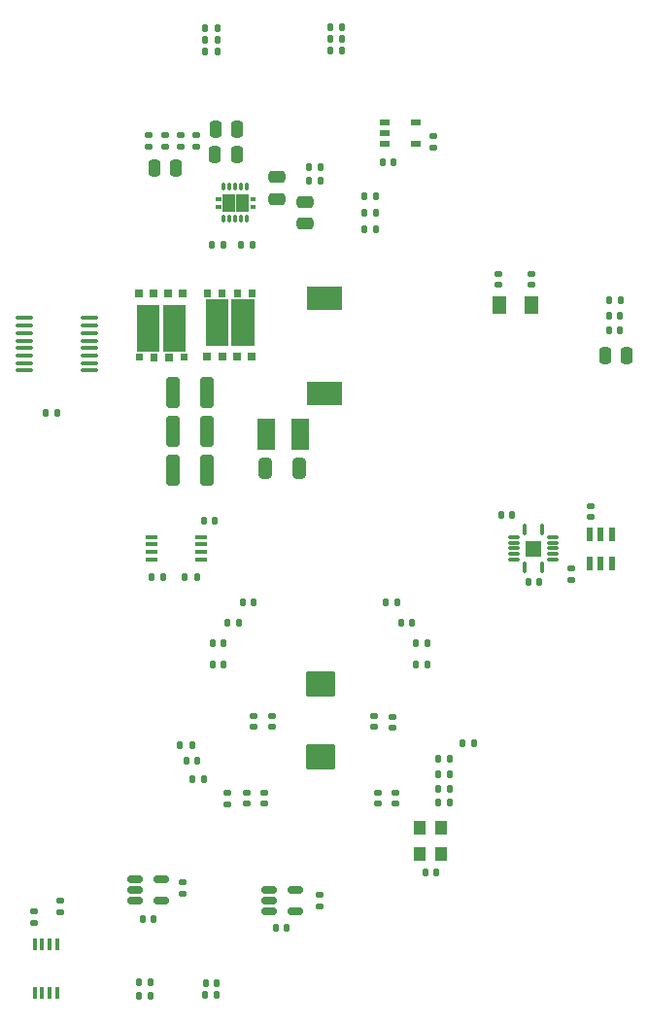
<source format=gbr>
%TF.GenerationSoftware,KiCad,Pcbnew,(7.0.0-0)*%
%TF.CreationDate,2023-03-05T22:11:08-05:00*%
%TF.ProjectId,bitaxeMax,62697461-7865-44d6-9178-2e6b69636164,rev?*%
%TF.SameCoordinates,Original*%
%TF.FileFunction,Paste,Top*%
%TF.FilePolarity,Positive*%
%FSLAX46Y46*%
G04 Gerber Fmt 4.6, Leading zero omitted, Abs format (unit mm)*
G04 Created by KiCad (PCBNEW (7.0.0-0)) date 2023-03-05 22:11:08*
%MOMM*%
%LPD*%
G01*
G04 APERTURE LIST*
G04 Aperture macros list*
%AMRoundRect*
0 Rectangle with rounded corners*
0 $1 Rounding radius*
0 $2 $3 $4 $5 $6 $7 $8 $9 X,Y pos of 4 corners*
0 Add a 4 corners polygon primitive as box body*
4,1,4,$2,$3,$4,$5,$6,$7,$8,$9,$2,$3,0*
0 Add four circle primitives for the rounded corners*
1,1,$1+$1,$2,$3*
1,1,$1+$1,$4,$5*
1,1,$1+$1,$6,$7*
1,1,$1+$1,$8,$9*
0 Add four rect primitives between the rounded corners*
20,1,$1+$1,$2,$3,$4,$5,0*
20,1,$1+$1,$4,$5,$6,$7,0*
20,1,$1+$1,$6,$7,$8,$9,0*
20,1,$1+$1,$8,$9,$2,$3,0*%
G04 Aperture macros list end*
%ADD10C,0.010000*%
%ADD11C,0.001000*%
%ADD12RoundRect,0.135000X-0.135000X-0.185000X0.135000X-0.185000X0.135000X0.185000X-0.135000X0.185000X0*%
%ADD13RoundRect,0.250000X0.475000X-0.250000X0.475000X0.250000X-0.475000X0.250000X-0.475000X-0.250000X0*%
%ADD14RoundRect,0.140000X0.140000X0.170000X-0.140000X0.170000X-0.140000X-0.170000X0.140000X-0.170000X0*%
%ADD15RoundRect,0.040600X0.249400X-0.564400X0.249400X0.564400X-0.249400X0.564400X-0.249400X-0.564400X0*%
%ADD16RoundRect,0.100000X-0.637500X-0.100000X0.637500X-0.100000X0.637500X0.100000X-0.637500X0.100000X0*%
%ADD17RoundRect,0.140000X-0.170000X0.140000X-0.170000X-0.140000X0.170000X-0.140000X0.170000X0.140000X0*%
%ADD18RoundRect,0.135000X-0.185000X0.135000X-0.185000X-0.135000X0.185000X-0.135000X0.185000X0.135000X0*%
%ADD19RoundRect,0.250000X0.250000X0.475000X-0.250000X0.475000X-0.250000X-0.475000X0.250000X-0.475000X0*%
%ADD20RoundRect,0.135000X0.135000X0.185000X-0.135000X0.185000X-0.135000X-0.185000X0.135000X-0.185000X0*%
%ADD21RoundRect,0.250000X-0.475000X0.250000X-0.475000X-0.250000X0.475000X-0.250000X0.475000X0.250000X0*%
%ADD22RoundRect,0.250000X-0.250000X-0.475000X0.250000X-0.475000X0.250000X0.475000X-0.250000X0.475000X0*%
%ADD23R,1.168400X1.600200*%
%ADD24RoundRect,0.150000X-0.512500X-0.150000X0.512500X-0.150000X0.512500X0.150000X-0.512500X0.150000X0*%
%ADD25RoundRect,0.140000X-0.140000X-0.170000X0.140000X-0.170000X0.140000X0.170000X-0.140000X0.170000X0*%
%ADD26RoundRect,0.140000X0.170000X-0.140000X0.170000X0.140000X-0.170000X0.140000X-0.170000X-0.140000X0*%
%ADD27R,0.400000X1.100000*%
%ADD28RoundRect,0.007800X-0.122200X0.442200X-0.122200X-0.442200X0.122200X-0.442200X0.122200X0.442200X0*%
%ADD29RoundRect,0.007800X-0.442200X-0.122200X0.442200X-0.122200X0.442200X0.122200X-0.442200X0.122200X0*%
%ADD30R,3.100000X2.000000*%
%ADD31RoundRect,0.135000X0.185000X-0.135000X0.185000X0.135000X-0.185000X0.135000X-0.185000X-0.135000X0*%
%ADD32R,1.100000X0.400000*%
%ADD33RoundRect,0.250000X-1.025000X0.875000X-1.025000X-0.875000X1.025000X-0.875000X1.025000X0.875000X0*%
%ADD34R,0.700000X0.800000*%
%ADD35RoundRect,0.007874X-0.112126X0.292126X-0.112126X-0.292126X0.112126X-0.292126X0.112126X0.292126X0*%
%ADD36R,1.600000X2.700000*%
%ADD37RoundRect,0.250000X-0.325000X-1.100000X0.325000X-1.100000X0.325000X1.100000X-0.325000X1.100000X0*%
%ADD38R,1.100000X1.300000*%
%ADD39RoundRect,0.250000X0.325000X0.650000X-0.325000X0.650000X-0.325000X-0.650000X0.325000X-0.650000X0*%
%ADD40R,0.952500X0.558800*%
G04 APERTURE END LIST*
%TO.C,U2*%
G36*
X124810000Y-100210000D02*
G01*
X123510000Y-100210000D01*
X123510000Y-98910000D01*
X124810000Y-98910000D01*
X124810000Y-100210000D01*
G37*
D10*
X124810000Y-100210000D02*
X123510000Y-100210000D01*
X123510000Y-98910000D01*
X124810000Y-98910000D01*
X124810000Y-100210000D01*
%TO.C,Q2*%
G36*
X98591600Y-77590200D02*
G01*
X98061600Y-77580200D01*
X98061600Y-77020200D01*
X98591600Y-77020200D01*
X98591600Y-77590200D01*
G37*
X98591600Y-77590200D02*
X98061600Y-77580200D01*
X98061600Y-77020200D01*
X98591600Y-77020200D01*
X98591600Y-77590200D01*
G36*
X95991600Y-77610200D02*
G01*
X95461600Y-77600200D01*
X95461600Y-77040200D01*
X95991600Y-77040200D01*
X95991600Y-77610200D01*
G37*
X95991600Y-77610200D02*
X95461600Y-77600200D01*
X95461600Y-77040200D01*
X95991600Y-77040200D01*
X95991600Y-77610200D01*
G36*
X99881600Y-77610200D02*
G01*
X99351600Y-77600200D01*
X99351600Y-77040200D01*
X99881600Y-77040200D01*
X99881600Y-77610200D01*
G37*
X99881600Y-77610200D02*
X99351600Y-77600200D01*
X99351600Y-77040200D01*
X99881600Y-77040200D01*
X99881600Y-77610200D01*
G36*
X97521600Y-81790200D02*
G01*
X95601600Y-81790200D01*
X95601600Y-77810200D01*
X97521600Y-77810200D01*
X97521600Y-81790200D01*
G37*
X97521600Y-81790200D02*
X95601600Y-81790200D01*
X95601600Y-77810200D01*
X97521600Y-77810200D01*
X97521600Y-81790200D01*
G36*
X97291600Y-77590200D02*
G01*
X96761600Y-77580200D01*
X96761600Y-77020200D01*
X97291600Y-77020200D01*
X97291600Y-77590200D01*
G37*
X97291600Y-77590200D02*
X96761600Y-77580200D01*
X96761600Y-77020200D01*
X97291600Y-77020200D01*
X97291600Y-77590200D01*
G36*
X99801600Y-81800200D02*
G01*
X97881600Y-81800200D01*
X97881600Y-77820200D01*
X99801600Y-77820200D01*
X99801600Y-81800200D01*
G37*
X99801600Y-81800200D02*
X97881600Y-81800200D01*
X97881600Y-77820200D01*
X99801600Y-77820200D01*
X99801600Y-81800200D01*
%TO.C,U9*%
G36*
X99901691Y-69872200D02*
G01*
X99531691Y-69872200D01*
X99531691Y-69622200D01*
X99901691Y-69622200D01*
X99901691Y-69872200D01*
G37*
D11*
X99901691Y-69872200D02*
X99531691Y-69872200D01*
X99531691Y-69622200D01*
X99901691Y-69622200D01*
X99901691Y-69872200D01*
G36*
X99901691Y-69222200D02*
G01*
X99531691Y-69222200D01*
X99531691Y-68972200D01*
X99901691Y-68972200D01*
X99901691Y-69222200D01*
G37*
X99901691Y-69222200D02*
X99531691Y-69222200D01*
X99531691Y-68972200D01*
X99901691Y-68972200D01*
X99901691Y-69222200D01*
G36*
X96871691Y-69222200D02*
G01*
X96501691Y-69222200D01*
X96501691Y-68972200D01*
X96871691Y-68972200D01*
X96871691Y-69222200D01*
G37*
X96871691Y-69222200D02*
X96501691Y-69222200D01*
X96501691Y-68972200D01*
X96871691Y-68972200D01*
X96871691Y-69222200D01*
G36*
X99311691Y-70132200D02*
G01*
X98301691Y-70132200D01*
X98301691Y-68682200D01*
X99311691Y-68682200D01*
X99311691Y-70132200D01*
G37*
X99311691Y-70132200D02*
X98301691Y-70132200D01*
X98301691Y-68682200D01*
X99311691Y-68682200D01*
X99311691Y-70132200D01*
G36*
X96871691Y-69872200D02*
G01*
X96501691Y-69872200D01*
X96501691Y-69622200D01*
X96871691Y-69622200D01*
X96871691Y-69872200D01*
G37*
X96871691Y-69872200D02*
X96501691Y-69872200D01*
X96501691Y-69622200D01*
X96871691Y-69622200D01*
X96871691Y-69872200D01*
G36*
X98091691Y-70132200D02*
G01*
X97081691Y-70132200D01*
X97081691Y-68682200D01*
X98091691Y-68682200D01*
X98091691Y-70132200D01*
G37*
X98091691Y-70132200D02*
X97081691Y-70132200D01*
X97081691Y-68682200D01*
X98091691Y-68682200D01*
X98091691Y-70132200D01*
%TO.C,Q1*%
G36*
X91339887Y-82596364D02*
G01*
X91339887Y-83156364D01*
X90809887Y-83156364D01*
X90809887Y-82586364D01*
X91339887Y-82596364D01*
G37*
D10*
X91339887Y-82596364D02*
X91339887Y-83156364D01*
X90809887Y-83156364D01*
X90809887Y-82586364D01*
X91339887Y-82596364D01*
G36*
X92639887Y-82596364D02*
G01*
X92639887Y-83156364D01*
X92109887Y-83156364D01*
X92109887Y-82586364D01*
X92639887Y-82596364D01*
G37*
X92639887Y-82596364D02*
X92639887Y-83156364D01*
X92109887Y-83156364D01*
X92109887Y-82586364D01*
X92639887Y-82596364D01*
G36*
X90049887Y-82576364D02*
G01*
X90049887Y-83136364D01*
X89519887Y-83136364D01*
X89519887Y-82566364D01*
X90049887Y-82576364D01*
G37*
X90049887Y-82576364D02*
X90049887Y-83136364D01*
X89519887Y-83136364D01*
X89519887Y-82566364D01*
X90049887Y-82576364D01*
G36*
X93799887Y-82366364D02*
G01*
X91879887Y-82366364D01*
X91879887Y-78386364D01*
X93799887Y-78386364D01*
X93799887Y-82366364D01*
G37*
X93799887Y-82366364D02*
X91879887Y-82366364D01*
X91879887Y-78386364D01*
X93799887Y-78386364D01*
X93799887Y-82366364D01*
G36*
X91519887Y-82356364D02*
G01*
X89599887Y-82356364D01*
X89599887Y-78376364D01*
X91519887Y-78376364D01*
X91519887Y-82356364D01*
G37*
X91519887Y-82356364D02*
X89599887Y-82356364D01*
X89599887Y-78376364D01*
X91519887Y-78376364D01*
X91519887Y-82356364D01*
G36*
X93939887Y-82576364D02*
G01*
X93939887Y-83136364D01*
X93409887Y-83136364D01*
X93409887Y-82566364D01*
X93939887Y-82576364D01*
G37*
X93939887Y-82576364D02*
X93939887Y-83136364D01*
X93409887Y-83136364D01*
X93409887Y-82566364D01*
X93939887Y-82576364D01*
%TD*%
D12*
%TO.C,R26*%
X95600000Y-55220000D03*
X96620000Y-55220000D03*
%TD*%
D13*
%TO.C,C43*%
X104265600Y-71247800D03*
X104265600Y-69347800D03*
%TD*%
D14*
%TO.C,C19*%
X124690000Y-102480000D03*
X123730000Y-102480000D03*
%TD*%
D15*
%TO.C,U3*%
X129100000Y-100835000D03*
X130050000Y-100835000D03*
X131000000Y-100835000D03*
X131000000Y-98325000D03*
X130050000Y-98325000D03*
X129100000Y-98325000D03*
%TD*%
D16*
%TO.C,U8*%
X79777500Y-79495000D03*
X79777500Y-80145000D03*
X79777500Y-80795000D03*
X79777500Y-81445000D03*
X79777500Y-82095000D03*
X79777500Y-82745000D03*
X79777500Y-83395000D03*
X79777500Y-84045000D03*
X85502500Y-84045000D03*
X85502500Y-83395000D03*
X85502500Y-82745000D03*
X85502500Y-82095000D03*
X85502500Y-81445000D03*
X85502500Y-80795000D03*
X85502500Y-80145000D03*
X85502500Y-79495000D03*
%TD*%
D17*
%TO.C,C7*%
X99820000Y-114150000D03*
X99820000Y-115110000D03*
%TD*%
D12*
%TO.C,R7*%
X93400000Y-116670000D03*
X94420000Y-116670000D03*
%TD*%
D18*
%TO.C,R13*%
X90649600Y-63569000D03*
X90649600Y-64589000D03*
%TD*%
D14*
%TO.C,C1*%
X115730000Y-127810000D03*
X114770000Y-127810000D03*
%TD*%
D19*
%TO.C,C41*%
X98355400Y-63005800D03*
X96455400Y-63005800D03*
%TD*%
D20*
%TO.C,R1*%
X119000000Y-116520000D03*
X117980000Y-116520000D03*
%TD*%
D14*
%TO.C,C3*%
X114920000Y-107790000D03*
X113960000Y-107790000D03*
%TD*%
D21*
%TO.C,C38*%
X101783000Y-67211600D03*
X101783000Y-69111600D03*
%TD*%
D12*
%TO.C,R27*%
X106450000Y-55180000D03*
X107470000Y-55180000D03*
%TD*%
D17*
%TO.C,C25*%
X105540000Y-129760000D03*
X105540000Y-130720000D03*
%TD*%
D22*
%TO.C,C45*%
X91120000Y-66420000D03*
X93020000Y-66420000D03*
%TD*%
D23*
%TO.C,Y1*%
X124017399Y-78348999D03*
X121172599Y-78348999D03*
%TD*%
D24*
%TO.C,U5*%
X89482500Y-128390000D03*
X89482500Y-129340000D03*
X89482500Y-130290000D03*
X91757500Y-130290000D03*
X91757500Y-128390000D03*
%TD*%
D22*
%TO.C,C51*%
X130440000Y-82740000D03*
X132340000Y-82740000D03*
%TD*%
D18*
%TO.C,R6*%
X97500000Y-120830000D03*
X97500000Y-121850000D03*
%TD*%
D24*
%TO.C,U6*%
X101182500Y-129290000D03*
X101182500Y-130240000D03*
X101182500Y-131190000D03*
X103457500Y-131190000D03*
X103457500Y-129290000D03*
%TD*%
D25*
%TO.C,C50*%
X130787000Y-79266000D03*
X131747000Y-79266000D03*
%TD*%
D26*
%TO.C,C4*%
X110660000Y-121800000D03*
X110660000Y-120840000D03*
%TD*%
D27*
%TO.C,U7*%
X82654999Y-134029999D03*
X82004999Y-134029999D03*
X81354999Y-134029999D03*
X80704999Y-134029999D03*
X80704999Y-138329999D03*
X81354999Y-138329999D03*
X82004999Y-138329999D03*
X82654999Y-138329999D03*
%TD*%
D14*
%TO.C,C12*%
X99780000Y-104240000D03*
X98820000Y-104240000D03*
%TD*%
D25*
%TO.C,C52*%
X130790000Y-80550000D03*
X131750000Y-80550000D03*
%TD*%
D12*
%TO.C,R29*%
X106450000Y-56190000D03*
X107470000Y-56190000D03*
%TD*%
D26*
%TO.C,C30*%
X124043000Y-76576000D03*
X124043000Y-75616000D03*
%TD*%
%TO.C,C26*%
X129140000Y-96810000D03*
X129140000Y-95850000D03*
%TD*%
D28*
%TO.C,U2*%
X123410000Y-97875000D03*
D29*
X122475000Y-98560000D03*
X122475000Y-99060000D03*
X122475000Y-99560000D03*
X122475000Y-100060000D03*
X122475000Y-100560000D03*
D28*
X123410000Y-101245000D03*
X124910000Y-101245000D03*
D29*
X125845000Y-100560000D03*
X125845000Y-100060000D03*
X125845000Y-99560000D03*
X125845000Y-99060000D03*
X125845000Y-98560000D03*
D28*
X124910000Y-97875000D03*
%TD*%
D18*
%TO.C,R10*%
X94828800Y-63573600D03*
X94828800Y-64593600D03*
%TD*%
D30*
%TO.C,L1*%
X106000599Y-77761399D03*
X106000599Y-86081399D03*
%TD*%
D20*
%TO.C,R20*%
X131777000Y-77964000D03*
X130757000Y-77964000D03*
%TD*%
D31*
%TO.C,R15*%
X93465000Y-64589000D03*
X93465000Y-63569000D03*
%TD*%
D14*
%TO.C,C15*%
X98490000Y-106040000D03*
X97530000Y-106040000D03*
%TD*%
D20*
%TO.C,R16*%
X94840000Y-102040000D03*
X93820000Y-102040000D03*
%TD*%
D14*
%TO.C,C32*%
X94900000Y-118050000D03*
X93940000Y-118050000D03*
%TD*%
D26*
%TO.C,C16*%
X100710000Y-121800000D03*
X100710000Y-120840000D03*
%TD*%
D20*
%TO.C,R3*%
X116920000Y-117890000D03*
X115900000Y-117890000D03*
%TD*%
D17*
%TO.C,C49*%
X115489000Y-63645000D03*
X115489000Y-64605000D03*
%TD*%
D25*
%TO.C,C18*%
X96250000Y-109680000D03*
X97210000Y-109680000D03*
%TD*%
D19*
%TO.C,C40*%
X98333000Y-65268000D03*
X96433000Y-65268000D03*
%TD*%
D32*
%TO.C,U10*%
X90889999Y-98564999D03*
X90889999Y-99214999D03*
X90889999Y-99864999D03*
X90889999Y-100514999D03*
X95189999Y-100514999D03*
X95189999Y-99864999D03*
X95189999Y-99214999D03*
X95189999Y-98564999D03*
%TD*%
D25*
%TO.C,C39*%
X104635400Y-67480800D03*
X105595400Y-67480800D03*
%TD*%
D17*
%TO.C,C21*%
X127450000Y-101330000D03*
X127450000Y-102290000D03*
%TD*%
D26*
%TO.C,C31*%
X121159000Y-76585000D03*
X121159000Y-75625000D03*
%TD*%
D14*
%TO.C,C35*%
X82650000Y-87720000D03*
X81690000Y-87720000D03*
%TD*%
D17*
%TO.C,C10*%
X110280000Y-114170000D03*
X110280000Y-115130000D03*
%TD*%
%TO.C,C11*%
X101370000Y-114140000D03*
X101370000Y-115100000D03*
%TD*%
D18*
%TO.C,R14*%
X92057300Y-63569000D03*
X92057300Y-64589000D03*
%TD*%
D12*
%TO.C,R11*%
X104604000Y-66292000D03*
X105624000Y-66292000D03*
%TD*%
D26*
%TO.C,C14*%
X99190000Y-121800000D03*
X99190000Y-120840000D03*
%TD*%
D33*
%TO.C,C13*%
X105600000Y-111360000D03*
X105600000Y-117760000D03*
%TD*%
D34*
%TO.C,Q2*%
X95751599Y-82862699D03*
X97049899Y-82862699D03*
X98313299Y-82862699D03*
X99611599Y-82862699D03*
%TD*%
D12*
%TO.C,R23*%
X115910000Y-120520000D03*
X116930000Y-120520000D03*
%TD*%
D26*
%TO.C,C33*%
X82970000Y-131240000D03*
X82970000Y-130280000D03*
%TD*%
D25*
%TO.C,C44*%
X95450000Y-97140000D03*
X96410000Y-97140000D03*
%TD*%
D35*
%TO.C,U9*%
X99201691Y-68022200D03*
X98701691Y-68022200D03*
X98171691Y-68022200D03*
X97701691Y-68022200D03*
X97201691Y-68022200D03*
X97201691Y-70822200D03*
X97701691Y-70822200D03*
X98201691Y-70822200D03*
X98701691Y-70822200D03*
X99201691Y-70822200D03*
%TD*%
D12*
%TO.C,R36*%
X95580000Y-138500000D03*
X96600000Y-138500000D03*
%TD*%
D25*
%TO.C,C22*%
X90120000Y-131850000D03*
X91080000Y-131850000D03*
%TD*%
D14*
%TO.C,C6*%
X113620000Y-106030000D03*
X112660000Y-106030000D03*
%TD*%
D36*
%TO.C,C46*%
X103851599Y-89640199D03*
X100851599Y-89640199D03*
%TD*%
D12*
%TO.C,R18*%
X109445000Y-68891000D03*
X110465000Y-68891000D03*
%TD*%
D34*
%TO.C,Q1*%
X93649886Y-77313863D03*
X92351586Y-77313863D03*
X91088186Y-77313863D03*
X89789886Y-77313863D03*
%TD*%
D12*
%TO.C,R25*%
X89810000Y-138540000D03*
X90830000Y-138540000D03*
%TD*%
%TO.C,R17*%
X90910000Y-102040000D03*
X91930000Y-102040000D03*
%TD*%
D25*
%TO.C,C42*%
X96189800Y-73128000D03*
X97149800Y-73128000D03*
%TD*%
D37*
%TO.C,C34*%
X92806600Y-85970200D03*
X95756600Y-85970200D03*
%TD*%
D38*
%TO.C,U1*%
X116139999Y-126169999D03*
X116139999Y-123869999D03*
X114239999Y-123869999D03*
X114239999Y-126169999D03*
%TD*%
D12*
%TO.C,R12*%
X98650200Y-73123400D03*
X99670200Y-73123400D03*
%TD*%
D20*
%TO.C,R4*%
X110465000Y-71760000D03*
X109445000Y-71760000D03*
%TD*%
D25*
%TO.C,C2*%
X113960000Y-109650000D03*
X114920000Y-109650000D03*
%TD*%
D12*
%TO.C,R19*%
X109445000Y-70325500D03*
X110465000Y-70325500D03*
%TD*%
D20*
%TO.C,R24*%
X90800000Y-137350000D03*
X89780000Y-137350000D03*
%TD*%
D25*
%TO.C,C23*%
X101730000Y-132610000D03*
X102690000Y-132610000D03*
%TD*%
D26*
%TO.C,C5*%
X112160000Y-121800000D03*
X112160000Y-120840000D03*
%TD*%
D20*
%TO.C,R2*%
X116890000Y-121740000D03*
X115870000Y-121740000D03*
%TD*%
D31*
%TO.C,R9*%
X80700000Y-132210000D03*
X80700000Y-131190000D03*
%TD*%
D14*
%TO.C,C17*%
X97210000Y-107780000D03*
X96250000Y-107780000D03*
%TD*%
D12*
%TO.C,R22*%
X106450000Y-54180000D03*
X107470000Y-54180000D03*
%TD*%
D14*
%TO.C,C8*%
X112290000Y-104240000D03*
X111330000Y-104240000D03*
%TD*%
D25*
%TO.C,C29*%
X95640000Y-137410000D03*
X96600000Y-137410000D03*
%TD*%
%TO.C,C27*%
X111051000Y-65931000D03*
X112011000Y-65931000D03*
%TD*%
D14*
%TO.C,C20*%
X122320000Y-96650000D03*
X121360000Y-96650000D03*
%TD*%
D12*
%TO.C,R21*%
X95600000Y-54220000D03*
X96620000Y-54220000D03*
%TD*%
D39*
%TO.C,C47*%
X103786600Y-92610200D03*
X100836600Y-92610200D03*
%TD*%
D17*
%TO.C,C24*%
X93630000Y-128670000D03*
X93630000Y-129630000D03*
%TD*%
D20*
%TO.C,R5*%
X116920000Y-119250000D03*
X115900000Y-119250000D03*
%TD*%
D37*
%TO.C,C36*%
X92766600Y-89380200D03*
X95716600Y-89380200D03*
%TD*%
D17*
%TO.C,C9*%
X111870000Y-114230000D03*
X111870000Y-115190000D03*
%TD*%
D40*
%TO.C,U11*%
X111185049Y-62440199D03*
X111185049Y-63379999D03*
X111185049Y-64319799D03*
X113940949Y-64319799D03*
X113940949Y-62440199D03*
%TD*%
D37*
%TO.C,C37*%
X92766600Y-92740200D03*
X95716600Y-92740200D03*
%TD*%
D12*
%TO.C,R28*%
X95600000Y-56220000D03*
X96620000Y-56220000D03*
%TD*%
D20*
%TO.C,R8*%
X95500000Y-119670000D03*
X94480000Y-119670000D03*
%TD*%
M02*

</source>
